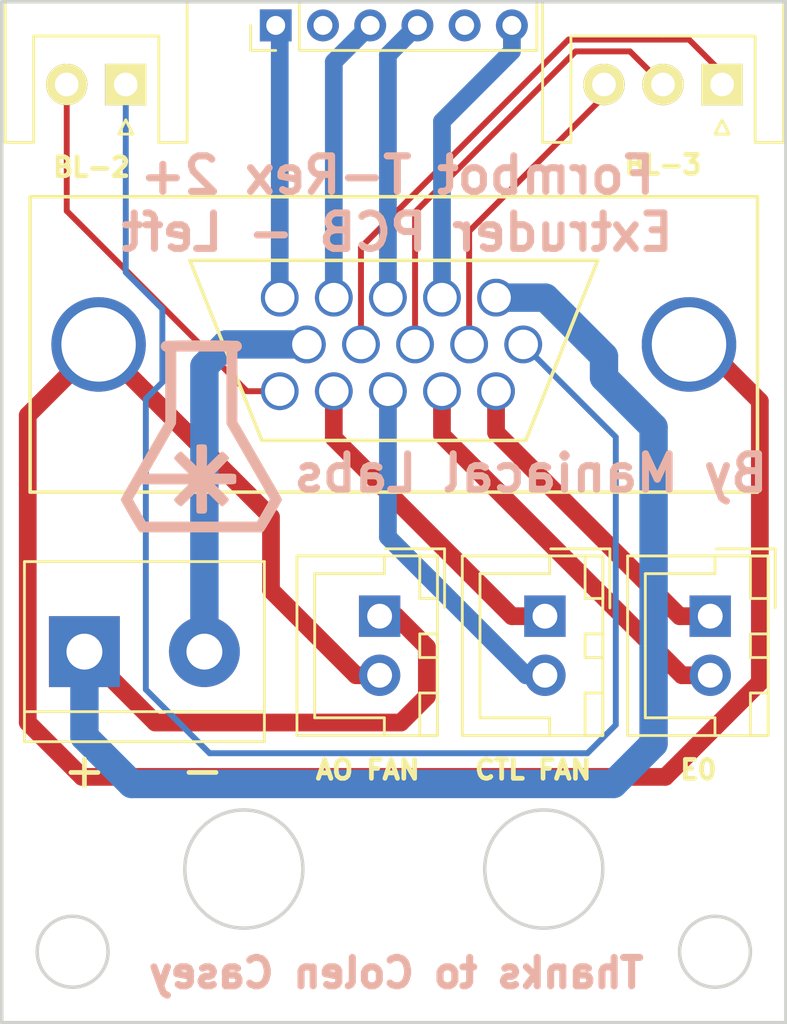
<source format=kicad_pcb>
(kicad_pcb (version 4) (host pcbnew 4.0.7)

  (general
    (links 18)
    (no_connects 0)
    (area 99.924999 99.924999 133.275001 143.275001)
    (thickness 1.6)
    (drawings 18)
    (tracks 78)
    (zones 0)
    (modules 9)
    (nets 19)
  )

  (page A4)
  (layers
    (0 F.Cu signal hide)
    (31 B.Cu signal hide)
    (32 B.Adhes user)
    (33 F.Adhes user)
    (34 B.Paste user)
    (35 F.Paste user)
    (36 B.SilkS user)
    (37 F.SilkS user hide)
    (38 B.Mask user)
    (39 F.Mask user)
    (40 Dwgs.User user)
    (41 Cmts.User user)
    (42 Eco1.User user)
    (43 Eco2.User user)
    (44 Edge.Cuts user)
    (45 Margin user)
    (46 B.CrtYd user)
    (47 F.CrtYd user)
    (48 B.Fab user)
    (49 F.Fab user)
  )

  (setup
    (last_trace_width 1.2)
    (user_trace_width 0.5)
    (user_trace_width 0.75)
    (user_trace_width 1.2)
    (trace_clearance 0.2)
    (zone_clearance 0.508)
    (zone_45_only no)
    (trace_min 0.2)
    (segment_width 0.2)
    (edge_width 0.15)
    (via_size 0.6)
    (via_drill 0.4)
    (via_min_size 0.4)
    (via_min_drill 0.3)
    (uvia_size 0.3)
    (uvia_drill 0.1)
    (uvias_allowed no)
    (uvia_min_size 0.2)
    (uvia_min_drill 0.1)
    (pcb_text_width 0.3)
    (pcb_text_size 1.5 1.5)
    (mod_edge_width 0.15)
    (mod_text_size 1 1)
    (mod_text_width 0.15)
    (pad_size 1.524 1.524)
    (pad_drill 0.762)
    (pad_to_mask_clearance 0.2)
    (aux_axis_origin 0 0)
    (visible_elements 7FFFFF7F)
    (pcbplotparams
      (layerselection 0x00030_80000001)
      (usegerberextensions false)
      (excludeedgelayer true)
      (linewidth 0.100000)
      (plotframeref false)
      (viasonmask false)
      (mode 1)
      (useauxorigin false)
      (hpglpennumber 1)
      (hpglpenspeed 20)
      (hpglpendiameter 15)
      (hpglpenoverlay 2)
      (psnegative false)
      (psa4output false)
      (plotreference true)
      (plotvalue true)
      (plotinvisibletext false)
      (padsonsilk false)
      (subtractmaskfromsilk false)
      (outputformat 1)
      (mirror false)
      (drillshape 1)
      (scaleselection 1)
      (outputdirectory ""))
  )

  (net 0 "")
  (net 1 BL2_2)
  (net 2 E0_1)
  (net 3 E0_2)
  (net 4 "Net-(J1-Pad5)")
  (net 5 "Net-(J1-Pad4)")
  (net 6 HEAT_+)
  (net 7 "Net-(J1-Pad2)")
  (net 8 "Net-(J1-Pad3)")
  (net 9 HEAT_-)
  (net 10 BL3_1)
  (net 11 BL3_2)
  (net 12 BL3_3)
  (net 13 GND)
  (net 14 BL2_1)
  (net 15 "Net-(J7-Pad2)")
  (net 16 "Net-(J7-Pad5)")
  (net 17 FAN_CTL_+)
  (net 18 FAN_CTL_-)

  (net_class Default "This is the default net class."
    (clearance 0.2)
    (trace_width 0.25)
    (via_dia 0.6)
    (via_drill 0.4)
    (uvia_dia 0.3)
    (uvia_drill 0.1)
    (add_net BL2_1)
    (add_net BL2_2)
    (add_net BL3_1)
    (add_net BL3_2)
    (add_net BL3_3)
    (add_net E0_1)
    (add_net E0_2)
    (add_net FAN_CTL_+)
    (add_net FAN_CTL_-)
    (add_net GND)
    (add_net HEAT_+)
    (add_net HEAT_-)
    (add_net "Net-(J1-Pad2)")
    (add_net "Net-(J1-Pad3)")
    (add_net "Net-(J1-Pad4)")
    (add_net "Net-(J1-Pad5)")
    (add_net "Net-(J7-Pad2)")
    (add_net "Net-(J7-Pad5)")
  )

  (module custom:VGA_Female (layer F.Cu) (tedit 5A2C73A7) (tstamp 5A2C682E)
    (at 116.6 114.5)
    (descr http://cdn.amphenol-icc.com/media/wysiwyg/files/drawing/10090929.pdf)
    (tags "VGA, HD15")
    (path /5A2C37B5)
    (fp_text reference J1 (at 0.508 5.334) (layer F.SilkS) hide
      (effects (font (size 1 1) (thickness 0.15)))
    )
    (fp_text value DB15_Control (at 0 -5.08) (layer F.Fab) hide
      (effects (font (size 1 1) (thickness 0.15)))
    )
    (fp_line (start 0 4.064) (end -5.588 4.064) (layer F.SilkS) (width 0.15))
    (fp_line (start -5.588 4.064) (end -8.636 -3.556) (layer F.SilkS) (width 0.15))
    (fp_line (start 0 -3.556) (end -8.636 -3.556) (layer F.SilkS) (width 0.15))
    (fp_line (start 0 -3.556) (end 8.636 -3.556) (layer F.SilkS) (width 0.15))
    (fp_line (start 8.636 -3.556) (end 5.588 4.064) (layer F.SilkS) (width 0.15))
    (fp_line (start 5.588 4.064) (end 0 4.064) (layer F.SilkS) (width 0.15))
    (fp_line (start 15.4 -6.25) (end 15.4 6.25) (layer F.SilkS) (width 0.15))
    (fp_line (start -15.4 -6.25) (end -15.4 6.25) (layer F.SilkS) (width 0.15))
    (fp_line (start 0 6.25) (end 15.4 6.25) (layer F.SilkS) (width 0.15))
    (fp_line (start -15.4 6.25) (end 0 6.25) (layer F.SilkS) (width 0.15))
    (fp_line (start -15.4 -6.25) (end 0 -6.25) (layer F.SilkS) (width 0.15))
    (fp_line (start 0 -6.25) (end 15.4 -6.25) (layer F.SilkS) (width 0.15))
    (pad 15 thru_hole circle (at -4.83 1.98) (size 1.6 1.6) (drill 1.25) (layers *.Cu *.Mask)
      (net 1 BL2_2))
    (pad 14 thru_hole circle (at -2.54 1.98) (size 1.6 1.6) (drill 1.25) (layers *.Cu *.Mask)
      (net 17 FAN_CTL_+))
    (pad 13 thru_hole circle (at -0.25 1.98) (size 1.6 1.6) (drill 1.25) (layers *.Cu *.Mask)
      (net 18 FAN_CTL_-))
    (pad 12 thru_hole circle (at 2.04 1.98) (size 1.6 1.6) (drill 1.25) (layers *.Cu *.Mask)
      (net 3 E0_2))
    (pad 11 thru_hole circle (at 4.33 1.98) (size 1.6 1.6) (drill 1.25) (layers *.Cu *.Mask)
      (net 2 E0_1))
    (pad 5 thru_hole circle (at -4.83 -1.98) (size 1.6 1.6) (drill 1.25) (layers *.Cu *.Mask)
      (net 4 "Net-(J1-Pad5)"))
    (pad 4 thru_hole circle (at -2.54 -1.98) (size 1.6 1.6) (drill 1.25) (layers *.Cu *.Mask)
      (net 5 "Net-(J1-Pad4)"))
    (pad 1 thru_hole circle (at 4.33 -1.98) (size 1.6 1.6) (drill 1.25) (layers *.Cu *.Mask)
      (net 6 HEAT_+))
    (pad 2 thru_hole circle (at 2.04 -1.98) (size 1.6 1.6) (drill 1.25) (layers *.Cu *.Mask)
      (net 7 "Net-(J1-Pad2)"))
    (pad 3 thru_hole circle (at -0.25 -1.98) (size 1.6 1.6) (drill 1.25) (layers *.Cu *.Mask)
      (net 8 "Net-(J1-Pad3)"))
    (pad 10 thru_hole circle (at -3.68 0) (size 1.6 1.6) (drill 1.25) (layers *.Cu *.Mask)
      (net 9 HEAT_-))
    (pad 9 thru_hole circle (at -1.39 0) (size 1.6 1.6) (drill 1.25) (layers *.Cu *.Mask)
      (net 10 BL3_1))
    (pad 8 thru_hole circle (at 0.9 0) (size 1.6 1.6) (drill 1.25) (layers *.Cu *.Mask)
      (net 11 BL3_2))
    (pad 7 thru_hole circle (at 3.19 0) (size 1.6 1.6) (drill 1.25) (layers *.Cu *.Mask)
      (net 12 BL3_3))
    (pad 0 thru_hole circle (at -12.5 0) (size 4 4) (drill 3.15) (layers *.Cu *.Mask)
      (net 13 GND))
    (pad 0 thru_hole circle (at 12.5 0) (size 4 4) (drill 3.15) (layers *.Cu *.Mask)
      (net 13 GND))
    (pad 6 thru_hole circle (at 5.48 0) (size 1.6 1.6) (drill 1.25) (layers *.Cu *.Mask)
      (net 14 BL2_1))
  )

  (module Connectors_JST:JST_XH_S02B-XH-A_02x2.50mm_Angled (layer F.Cu) (tedit 5A2C81D7) (tstamp 5A2C6834)
    (at 105.25 103.5 180)
    (descr "JST XH series connector, S02B-XH-A, side entry type, through hole")
    (tags "connector jst xh tht side horizontal angled 2.50mm")
    (path /5A2C38A8)
    (fp_text reference J2 (at 1.25 -3.5 180) (layer F.SilkS) hide
      (effects (font (size 1 1) (thickness 0.15)))
    )
    (fp_text value BL-2 (at 1.25 10.3 180) (layer F.Fab) hide
      (effects (font (size 1 1) (thickness 0.15)))
    )
    (fp_line (start -2.45 -2.3) (end -2.45 9.2) (layer F.Fab) (width 0.1))
    (fp_line (start -2.45 9.2) (end 4.95 9.2) (layer F.Fab) (width 0.1))
    (fp_line (start 4.95 9.2) (end 4.95 -2.3) (layer F.Fab) (width 0.1))
    (fp_line (start 4.95 -2.3) (end -2.45 -2.3) (layer F.Fab) (width 0.1))
    (fp_line (start -2.95 -2.8) (end -2.95 9.7) (layer F.CrtYd) (width 0.05))
    (fp_line (start -2.95 9.7) (end 5.45 9.7) (layer F.CrtYd) (width 0.05))
    (fp_line (start 5.45 9.7) (end 5.45 -2.8) (layer F.CrtYd) (width 0.05))
    (fp_line (start 5.45 -2.8) (end -2.95 -2.8) (layer F.CrtYd) (width 0.05))
    (fp_line (start 1.25 9.35) (end -2.6 9.35) (layer F.SilkS) (width 0.12))
    (fp_line (start -2.6 9.35) (end -2.6 -2.45) (layer F.SilkS) (width 0.12))
    (fp_line (start -2.6 -2.45) (end -1.4 -2.45) (layer F.SilkS) (width 0.12))
    (fp_line (start -1.4 -2.45) (end -1.4 2.05) (layer F.SilkS) (width 0.12))
    (fp_line (start -1.4 2.05) (end 1.25 2.05) (layer F.SilkS) (width 0.12))
    (fp_line (start 1.25 9.35) (end 5.1 9.35) (layer F.SilkS) (width 0.12))
    (fp_line (start 5.1 9.35) (end 5.1 -2.45) (layer F.SilkS) (width 0.12))
    (fp_line (start 5.1 -2.45) (end 3.9 -2.45) (layer F.SilkS) (width 0.12))
    (fp_line (start 3.9 -2.45) (end 3.9 2.05) (layer F.SilkS) (width 0.12))
    (fp_line (start 3.9 2.05) (end 1.25 2.05) (layer F.SilkS) (width 0.12))
    (fp_line (start -0.25 3.45) (end -0.25 8.7) (layer F.Fab) (width 0.1))
    (fp_line (start -0.25 8.7) (end 0.25 8.7) (layer F.Fab) (width 0.1))
    (fp_line (start 0.25 8.7) (end 0.25 3.45) (layer F.Fab) (width 0.1))
    (fp_line (start 0.25 3.45) (end -0.25 3.45) (layer F.Fab) (width 0.1))
    (fp_line (start 2.25 3.45) (end 2.25 8.7) (layer F.Fab) (width 0.1))
    (fp_line (start 2.25 8.7) (end 2.75 8.7) (layer F.Fab) (width 0.1))
    (fp_line (start 2.75 8.7) (end 2.75 3.45) (layer F.Fab) (width 0.1))
    (fp_line (start 2.75 3.45) (end 2.25 3.45) (layer F.Fab) (width 0.1))
    (fp_line (start 0 -1.5) (end -0.3 -2.1) (layer F.SilkS) (width 0.12))
    (fp_line (start -0.3 -2.1) (end 0.3 -2.1) (layer F.SilkS) (width 0.12))
    (fp_line (start 0.3 -2.1) (end 0 -1.5) (layer F.SilkS) (width 0.12))
    (fp_line (start 0 -1.5) (end -0.3 -2.1) (layer F.Fab) (width 0.1))
    (fp_line (start -0.3 -2.1) (end 0.3 -2.1) (layer F.Fab) (width 0.1))
    (fp_line (start 0.3 -2.1) (end 0 -1.5) (layer F.Fab) (width 0.1))
    (fp_text user %R (at 1.25 2.25 180) (layer F.Fab)
      (effects (font (size 1 1) (thickness 0.15)))
    )
    (pad 1 thru_hole rect (at 0 0 180) (size 1.75 1.75) (drill 1) (layers *.Cu *.Mask F.SilkS)
      (net 14 BL2_1))
    (pad 2 thru_hole circle (at 2.5 0 180) (size 1.75 1.75) (drill 1) (layers *.Cu *.Mask F.SilkS)
      (net 1 BL2_2))
    (model Connectors_JST.3dshapes/JST_XH_S02B-XH-A_02x2.50mm_Angled.wrl
      (at (xyz 0 0 0))
      (scale (xyz 1 1 1))
      (rotate (xyz 0 0 0))
    )
  )

  (module Connectors_JST:JST_XH_S03B-XH-A_03x2.50mm_Angled (layer F.Cu) (tedit 5A2C81E2) (tstamp 5A2C683B)
    (at 130.5 103.5 180)
    (descr "JST XH series connector, S03B-XH-A, side entry type, through hole")
    (tags "connector jst xh tht side horizontal angled 2.50mm")
    (path /5A2C4585)
    (fp_text reference J3 (at 2.5 -3.5 180) (layer F.SilkS) hide
      (effects (font (size 1 1) (thickness 0.15)))
    )
    (fp_text value BL-3 (at 2.5 10.3 180) (layer F.Fab) hide
      (effects (font (size 1 1) (thickness 0.15)))
    )
    (fp_line (start -2.45 -2.3) (end -2.45 9.2) (layer F.Fab) (width 0.1))
    (fp_line (start -2.45 9.2) (end 7.45 9.2) (layer F.Fab) (width 0.1))
    (fp_line (start 7.45 9.2) (end 7.45 -2.3) (layer F.Fab) (width 0.1))
    (fp_line (start 7.45 -2.3) (end -2.45 -2.3) (layer F.Fab) (width 0.1))
    (fp_line (start -2.95 -2.8) (end -2.95 9.7) (layer F.CrtYd) (width 0.05))
    (fp_line (start -2.95 9.7) (end 7.95 9.7) (layer F.CrtYd) (width 0.05))
    (fp_line (start 7.95 9.7) (end 7.95 -2.8) (layer F.CrtYd) (width 0.05))
    (fp_line (start 7.95 -2.8) (end -2.95 -2.8) (layer F.CrtYd) (width 0.05))
    (fp_line (start 2.5 9.35) (end -2.6 9.35) (layer F.SilkS) (width 0.12))
    (fp_line (start -2.6 9.35) (end -2.6 -2.45) (layer F.SilkS) (width 0.12))
    (fp_line (start -2.6 -2.45) (end -1.4 -2.45) (layer F.SilkS) (width 0.12))
    (fp_line (start -1.4 -2.45) (end -1.4 2.05) (layer F.SilkS) (width 0.12))
    (fp_line (start -1.4 2.05) (end 2.5 2.05) (layer F.SilkS) (width 0.12))
    (fp_line (start 2.5 9.35) (end 7.6 9.35) (layer F.SilkS) (width 0.12))
    (fp_line (start 7.6 9.35) (end 7.6 -2.45) (layer F.SilkS) (width 0.12))
    (fp_line (start 7.6 -2.45) (end 6.4 -2.45) (layer F.SilkS) (width 0.12))
    (fp_line (start 6.4 -2.45) (end 6.4 2.05) (layer F.SilkS) (width 0.12))
    (fp_line (start 6.4 2.05) (end 2.5 2.05) (layer F.SilkS) (width 0.12))
    (fp_line (start -0.25 3.45) (end -0.25 8.7) (layer F.Fab) (width 0.1))
    (fp_line (start -0.25 8.7) (end 0.25 8.7) (layer F.Fab) (width 0.1))
    (fp_line (start 0.25 8.7) (end 0.25 3.45) (layer F.Fab) (width 0.1))
    (fp_line (start 0.25 3.45) (end -0.25 3.45) (layer F.Fab) (width 0.1))
    (fp_line (start 2.25 3.45) (end 2.25 8.7) (layer F.Fab) (width 0.1))
    (fp_line (start 2.25 8.7) (end 2.75 8.7) (layer F.Fab) (width 0.1))
    (fp_line (start 2.75 8.7) (end 2.75 3.45) (layer F.Fab) (width 0.1))
    (fp_line (start 2.75 3.45) (end 2.25 3.45) (layer F.Fab) (width 0.1))
    (fp_line (start 4.75 3.45) (end 4.75 8.7) (layer F.Fab) (width 0.1))
    (fp_line (start 4.75 8.7) (end 5.25 8.7) (layer F.Fab) (width 0.1))
    (fp_line (start 5.25 8.7) (end 5.25 3.45) (layer F.Fab) (width 0.1))
    (fp_line (start 5.25 3.45) (end 4.75 3.45) (layer F.Fab) (width 0.1))
    (fp_line (start 0 -1.5) (end -0.3 -2.1) (layer F.SilkS) (width 0.12))
    (fp_line (start -0.3 -2.1) (end 0.3 -2.1) (layer F.SilkS) (width 0.12))
    (fp_line (start 0.3 -2.1) (end 0 -1.5) (layer F.SilkS) (width 0.12))
    (fp_line (start 0 -1.5) (end -0.3 -2.1) (layer F.Fab) (width 0.1))
    (fp_line (start -0.3 -2.1) (end 0.3 -2.1) (layer F.Fab) (width 0.1))
    (fp_line (start 0.3 -2.1) (end 0 -1.5) (layer F.Fab) (width 0.1))
    (fp_text user %R (at 2.5 2.25 180) (layer F.Fab)
      (effects (font (size 1 1) (thickness 0.15)))
    )
    (pad 1 thru_hole rect (at 0 0 180) (size 1.75 1.75) (drill 1) (layers *.Cu *.Mask F.SilkS)
      (net 10 BL3_1))
    (pad 2 thru_hole circle (at 2.5 0 180) (size 1.75 1.75) (drill 1) (layers *.Cu *.Mask F.SilkS)
      (net 11 BL3_2))
    (pad 3 thru_hole circle (at 5 0 180) (size 1.75 1.75) (drill 1) (layers *.Cu *.Mask F.SilkS)
      (net 12 BL3_3))
    (model Connectors_JST.3dshapes/JST_XH_S03B-XH-A_03x2.50mm_Angled.wrl
      (at (xyz 0 0 0))
      (scale (xyz 1 1 1))
      (rotate (xyz 0 0 0))
    )
  )

  (module Connectors_JST:JST_XH_B02B-XH-A_02x2.50mm_Straight (layer F.Cu) (tedit 5A2C6FA5) (tstamp 5A2C6841)
    (at 123 126 270)
    (descr "JST XH series connector, B02B-XH-A, top entry type, through hole")
    (tags "connector jst xh tht top vertical 2.50mm")
    (path /5A2C38DD)
    (fp_text reference J4 (at 1.25 -3.5 270) (layer F.SilkS) hide
      (effects (font (size 1 1) (thickness 0.15)))
    )
    (fp_text value FAN_CTL (at 1.25 4.5 270) (layer F.Fab) hide
      (effects (font (size 1 1) (thickness 0.15)))
    )
    (fp_line (start -2.45 -2.35) (end -2.45 3.4) (layer F.Fab) (width 0.1))
    (fp_line (start -2.45 3.4) (end 4.95 3.4) (layer F.Fab) (width 0.1))
    (fp_line (start 4.95 3.4) (end 4.95 -2.35) (layer F.Fab) (width 0.1))
    (fp_line (start 4.95 -2.35) (end -2.45 -2.35) (layer F.Fab) (width 0.1))
    (fp_line (start -2.95 -2.85) (end -2.95 3.9) (layer F.CrtYd) (width 0.05))
    (fp_line (start -2.95 3.9) (end 5.45 3.9) (layer F.CrtYd) (width 0.05))
    (fp_line (start 5.45 3.9) (end 5.45 -2.85) (layer F.CrtYd) (width 0.05))
    (fp_line (start 5.45 -2.85) (end -2.95 -2.85) (layer F.CrtYd) (width 0.05))
    (fp_line (start -2.55 -2.45) (end -2.55 3.5) (layer F.SilkS) (width 0.12))
    (fp_line (start -2.55 3.5) (end 5.05 3.5) (layer F.SilkS) (width 0.12))
    (fp_line (start 5.05 3.5) (end 5.05 -2.45) (layer F.SilkS) (width 0.12))
    (fp_line (start 5.05 -2.45) (end -2.55 -2.45) (layer F.SilkS) (width 0.12))
    (fp_line (start 0.75 -2.45) (end 0.75 -1.7) (layer F.SilkS) (width 0.12))
    (fp_line (start 0.75 -1.7) (end 1.75 -1.7) (layer F.SilkS) (width 0.12))
    (fp_line (start 1.75 -1.7) (end 1.75 -2.45) (layer F.SilkS) (width 0.12))
    (fp_line (start 1.75 -2.45) (end 0.75 -2.45) (layer F.SilkS) (width 0.12))
    (fp_line (start -2.55 -2.45) (end -2.55 -1.7) (layer F.SilkS) (width 0.12))
    (fp_line (start -2.55 -1.7) (end -0.75 -1.7) (layer F.SilkS) (width 0.12))
    (fp_line (start -0.75 -1.7) (end -0.75 -2.45) (layer F.SilkS) (width 0.12))
    (fp_line (start -0.75 -2.45) (end -2.55 -2.45) (layer F.SilkS) (width 0.12))
    (fp_line (start 3.25 -2.45) (end 3.25 -1.7) (layer F.SilkS) (width 0.12))
    (fp_line (start 3.25 -1.7) (end 5.05 -1.7) (layer F.SilkS) (width 0.12))
    (fp_line (start 5.05 -1.7) (end 5.05 -2.45) (layer F.SilkS) (width 0.12))
    (fp_line (start 5.05 -2.45) (end 3.25 -2.45) (layer F.SilkS) (width 0.12))
    (fp_line (start -2.55 -0.2) (end -1.8 -0.2) (layer F.SilkS) (width 0.12))
    (fp_line (start -1.8 -0.2) (end -1.8 2.75) (layer F.SilkS) (width 0.12))
    (fp_line (start -1.8 2.75) (end 1.25 2.75) (layer F.SilkS) (width 0.12))
    (fp_line (start 5.05 -0.2) (end 4.3 -0.2) (layer F.SilkS) (width 0.12))
    (fp_line (start 4.3 -0.2) (end 4.3 2.75) (layer F.SilkS) (width 0.12))
    (fp_line (start 4.3 2.75) (end 1.25 2.75) (layer F.SilkS) (width 0.12))
    (fp_line (start -0.35 -2.75) (end -2.85 -2.75) (layer F.SilkS) (width 0.12))
    (fp_line (start -2.85 -2.75) (end -2.85 -0.25) (layer F.SilkS) (width 0.12))
    (fp_line (start -0.35 -2.75) (end -2.85 -2.75) (layer F.Fab) (width 0.1))
    (fp_line (start -2.85 -2.75) (end -2.85 -0.25) (layer F.Fab) (width 0.1))
    (fp_text user %R (at 1.25 2.5 270) (layer F.Fab)
      (effects (font (size 1 1) (thickness 0.15)))
    )
    (pad 1 thru_hole rect (at 0 0 270) (size 1.75 1.75) (drill 1.05) (layers *.Cu *.Mask)
      (net 17 FAN_CTL_+))
    (pad 2 thru_hole circle (at 2.5 0 270) (size 1.75 1.75) (drill 1.05) (layers *.Cu *.Mask)
      (net 18 FAN_CTL_-))
    (model Connectors_JST.3dshapes/JST_XH_B02B-XH-A_02x2.50mm_Straight.wrl
      (at (xyz 0 0 0))
      (scale (xyz 1 1 1))
      (rotate (xyz 0 0 0))
    )
  )

  (module Connectors_JST:JST_XH_B02B-XH-A_02x2.50mm_Straight (layer F.Cu) (tedit 5A2C6F78) (tstamp 5A2C6847)
    (at 116 126 270)
    (descr "JST XH series connector, B02B-XH-A, top entry type, through hole")
    (tags "connector jst xh tht top vertical 2.50mm")
    (path /5A2C3900)
    (fp_text reference J5 (at 1.25 -3.5 270) (layer F.SilkS) hide
      (effects (font (size 1 1) (thickness 0.15)))
    )
    (fp_text value FAN_AO (at 1.25 4.5 270) (layer F.Fab) hide
      (effects (font (size 1 1) (thickness 0.15)))
    )
    (fp_line (start -2.45 -2.35) (end -2.45 3.4) (layer F.Fab) (width 0.1))
    (fp_line (start -2.45 3.4) (end 4.95 3.4) (layer F.Fab) (width 0.1))
    (fp_line (start 4.95 3.4) (end 4.95 -2.35) (layer F.Fab) (width 0.1))
    (fp_line (start 4.95 -2.35) (end -2.45 -2.35) (layer F.Fab) (width 0.1))
    (fp_line (start -2.95 -2.85) (end -2.95 3.9) (layer F.CrtYd) (width 0.05))
    (fp_line (start -2.95 3.9) (end 5.45 3.9) (layer F.CrtYd) (width 0.05))
    (fp_line (start 5.45 3.9) (end 5.45 -2.85) (layer F.CrtYd) (width 0.05))
    (fp_line (start 5.45 -2.85) (end -2.95 -2.85) (layer F.CrtYd) (width 0.05))
    (fp_line (start -2.55 -2.45) (end -2.55 3.5) (layer F.SilkS) (width 0.12))
    (fp_line (start -2.55 3.5) (end 5.05 3.5) (layer F.SilkS) (width 0.12))
    (fp_line (start 5.05 3.5) (end 5.05 -2.45) (layer F.SilkS) (width 0.12))
    (fp_line (start 5.05 -2.45) (end -2.55 -2.45) (layer F.SilkS) (width 0.12))
    (fp_line (start 0.75 -2.45) (end 0.75 -1.7) (layer F.SilkS) (width 0.12))
    (fp_line (start 0.75 -1.7) (end 1.75 -1.7) (layer F.SilkS) (width 0.12))
    (fp_line (start 1.75 -1.7) (end 1.75 -2.45) (layer F.SilkS) (width 0.12))
    (fp_line (start 1.75 -2.45) (end 0.75 -2.45) (layer F.SilkS) (width 0.12))
    (fp_line (start -2.55 -2.45) (end -2.55 -1.7) (layer F.SilkS) (width 0.12))
    (fp_line (start -2.55 -1.7) (end -0.75 -1.7) (layer F.SilkS) (width 0.12))
    (fp_line (start -0.75 -1.7) (end -0.75 -2.45) (layer F.SilkS) (width 0.12))
    (fp_line (start -0.75 -2.45) (end -2.55 -2.45) (layer F.SilkS) (width 0.12))
    (fp_line (start 3.25 -2.45) (end 3.25 -1.7) (layer F.SilkS) (width 0.12))
    (fp_line (start 3.25 -1.7) (end 5.05 -1.7) (layer F.SilkS) (width 0.12))
    (fp_line (start 5.05 -1.7) (end 5.05 -2.45) (layer F.SilkS) (width 0.12))
    (fp_line (start 5.05 -2.45) (end 3.25 -2.45) (layer F.SilkS) (width 0.12))
    (fp_line (start -2.55 -0.2) (end -1.8 -0.2) (layer F.SilkS) (width 0.12))
    (fp_line (start -1.8 -0.2) (end -1.8 2.75) (layer F.SilkS) (width 0.12))
    (fp_line (start -1.8 2.75) (end 1.25 2.75) (layer F.SilkS) (width 0.12))
    (fp_line (start 5.05 -0.2) (end 4.3 -0.2) (layer F.SilkS) (width 0.12))
    (fp_line (start 4.3 -0.2) (end 4.3 2.75) (layer F.SilkS) (width 0.12))
    (fp_line (start 4.3 2.75) (end 1.25 2.75) (layer F.SilkS) (width 0.12))
    (fp_line (start -0.35 -2.75) (end -2.85 -2.75) (layer F.SilkS) (width 0.12))
    (fp_line (start -2.85 -2.75) (end -2.85 -0.25) (layer F.SilkS) (width 0.12))
    (fp_line (start -0.35 -2.75) (end -2.85 -2.75) (layer F.Fab) (width 0.1))
    (fp_line (start -2.85 -2.75) (end -2.85 -0.25) (layer F.Fab) (width 0.1))
    (fp_text user %R (at 1.25 2.5 270) (layer F.Fab)
      (effects (font (size 1 1) (thickness 0.15)))
    )
    (pad 1 thru_hole rect (at 0 0 270) (size 1.75 1.75) (drill 1.05) (layers *.Cu *.Mask)
      (net 6 HEAT_+))
    (pad 2 thru_hole circle (at 2.5 0 270) (size 1.75 1.75) (drill 1.05) (layers *.Cu *.Mask)
      (net 13 GND))
    (model Connectors_JST.3dshapes/JST_XH_B02B-XH-A_02x2.50mm_Straight.wrl
      (at (xyz 0 0 0))
      (scale (xyz 1 1 1))
      (rotate (xyz 0 0 0))
    )
  )

  (module Connectors_JST:JST_XH_B02B-XH-A_02x2.50mm_Straight (layer F.Cu) (tedit 5A2C6FB1) (tstamp 5A2C684D)
    (at 130 126 270)
    (descr "JST XH series connector, B02B-XH-A, top entry type, through hole")
    (tags "connector jst xh tht top vertical 2.50mm")
    (path /5A2C3928)
    (fp_text reference J6 (at 1.25 -3.5 270) (layer F.SilkS) hide
      (effects (font (size 1 1) (thickness 0.15)))
    )
    (fp_text value EO (at 1.25 4.5 270) (layer F.Fab) hide
      (effects (font (size 1 1) (thickness 0.15)))
    )
    (fp_line (start -2.45 -2.35) (end -2.45 3.4) (layer F.Fab) (width 0.1))
    (fp_line (start -2.45 3.4) (end 4.95 3.4) (layer F.Fab) (width 0.1))
    (fp_line (start 4.95 3.4) (end 4.95 -2.35) (layer F.Fab) (width 0.1))
    (fp_line (start 4.95 -2.35) (end -2.45 -2.35) (layer F.Fab) (width 0.1))
    (fp_line (start -2.95 -2.85) (end -2.95 3.9) (layer F.CrtYd) (width 0.05))
    (fp_line (start -2.95 3.9) (end 5.45 3.9) (layer F.CrtYd) (width 0.05))
    (fp_line (start 5.45 3.9) (end 5.45 -2.85) (layer F.CrtYd) (width 0.05))
    (fp_line (start 5.45 -2.85) (end -2.95 -2.85) (layer F.CrtYd) (width 0.05))
    (fp_line (start -2.55 -2.45) (end -2.55 3.5) (layer F.SilkS) (width 0.12))
    (fp_line (start -2.55 3.5) (end 5.05 3.5) (layer F.SilkS) (width 0.12))
    (fp_line (start 5.05 3.5) (end 5.05 -2.45) (layer F.SilkS) (width 0.12))
    (fp_line (start 5.05 -2.45) (end -2.55 -2.45) (layer F.SilkS) (width 0.12))
    (fp_line (start 0.75 -2.45) (end 0.75 -1.7) (layer F.SilkS) (width 0.12))
    (fp_line (start 0.75 -1.7) (end 1.75 -1.7) (layer F.SilkS) (width 0.12))
    (fp_line (start 1.75 -1.7) (end 1.75 -2.45) (layer F.SilkS) (width 0.12))
    (fp_line (start 1.75 -2.45) (end 0.75 -2.45) (layer F.SilkS) (width 0.12))
    (fp_line (start -2.55 -2.45) (end -2.55 -1.7) (layer F.SilkS) (width 0.12))
    (fp_line (start -2.55 -1.7) (end -0.75 -1.7) (layer F.SilkS) (width 0.12))
    (fp_line (start -0.75 -1.7) (end -0.75 -2.45) (layer F.SilkS) (width 0.12))
    (fp_line (start -0.75 -2.45) (end -2.55 -2.45) (layer F.SilkS) (width 0.12))
    (fp_line (start 3.25 -2.45) (end 3.25 -1.7) (layer F.SilkS) (width 0.12))
    (fp_line (start 3.25 -1.7) (end 5.05 -1.7) (layer F.SilkS) (width 0.12))
    (fp_line (start 5.05 -1.7) (end 5.05 -2.45) (layer F.SilkS) (width 0.12))
    (fp_line (start 5.05 -2.45) (end 3.25 -2.45) (layer F.SilkS) (width 0.12))
    (fp_line (start -2.55 -0.2) (end -1.8 -0.2) (layer F.SilkS) (width 0.12))
    (fp_line (start -1.8 -0.2) (end -1.8 2.75) (layer F.SilkS) (width 0.12))
    (fp_line (start -1.8 2.75) (end 1.25 2.75) (layer F.SilkS) (width 0.12))
    (fp_line (start 5.05 -0.2) (end 4.3 -0.2) (layer F.SilkS) (width 0.12))
    (fp_line (start 4.3 -0.2) (end 4.3 2.75) (layer F.SilkS) (width 0.12))
    (fp_line (start 4.3 2.75) (end 1.25 2.75) (layer F.SilkS) (width 0.12))
    (fp_line (start -0.35 -2.75) (end -2.85 -2.75) (layer F.SilkS) (width 0.12))
    (fp_line (start -2.85 -2.75) (end -2.85 -0.25) (layer F.SilkS) (width 0.12))
    (fp_line (start -0.35 -2.75) (end -2.85 -2.75) (layer F.Fab) (width 0.1))
    (fp_line (start -2.85 -2.75) (end -2.85 -0.25) (layer F.Fab) (width 0.1))
    (fp_text user %R (at 1.25 2.5 270) (layer F.Fab)
      (effects (font (size 1 1) (thickness 0.15)))
    )
    (pad 1 thru_hole rect (at 0 0 270) (size 1.75 1.75) (drill 1.05) (layers *.Cu *.Mask)
      (net 2 E0_1))
    (pad 2 thru_hole circle (at 2.5 0 270) (size 1.75 1.75) (drill 1.05) (layers *.Cu *.Mask)
      (net 3 E0_2))
    (model Connectors_JST.3dshapes/JST_XH_B02B-XH-A_02x2.50mm_Straight.wrl
      (at (xyz 0 0 0))
      (scale (xyz 1 1 1))
      (rotate (xyz 0 0 0))
    )
  )

  (module Pin_Headers:Pin_Header_Straight_1x06_Pitch2.00mm (layer F.Cu) (tedit 5A2C81F4) (tstamp 5A2C6857)
    (at 111.6 101 90)
    (descr "Through hole straight pin header, 1x06, 2.00mm pitch, single row")
    (tags "Through hole pin header THT 1x06 2.00mm single row")
    (path /5A2C46D0)
    (fp_text reference J7 (at 0 -2.06 90) (layer F.SilkS) hide
      (effects (font (size 1 1) (thickness 0.15)))
    )
    (fp_text value Stepper (at 0 12.06 90) (layer F.Fab) hide
      (effects (font (size 1 1) (thickness 0.15)))
    )
    (fp_line (start -0.5 -1) (end 1 -1) (layer F.Fab) (width 0.1))
    (fp_line (start 1 -1) (end 1 11) (layer F.Fab) (width 0.1))
    (fp_line (start 1 11) (end -1 11) (layer F.Fab) (width 0.1))
    (fp_line (start -1 11) (end -1 -0.5) (layer F.Fab) (width 0.1))
    (fp_line (start -1 -0.5) (end -0.5 -1) (layer F.Fab) (width 0.1))
    (fp_line (start -1.06 11.06) (end 1.06 11.06) (layer F.SilkS) (width 0.12))
    (fp_line (start -1.06 1) (end -1.06 11.06) (layer F.SilkS) (width 0.12))
    (fp_line (start 1.06 1) (end 1.06 11.06) (layer F.SilkS) (width 0.12))
    (fp_line (start -1.06 1) (end 1.06 1) (layer F.SilkS) (width 0.12))
    (fp_line (start -1.06 0) (end -1.06 -1.06) (layer F.SilkS) (width 0.12))
    (fp_line (start -1.06 -1.06) (end 0 -1.06) (layer F.SilkS) (width 0.12))
    (fp_line (start -1.5 -1.5) (end -1.5 11.5) (layer F.CrtYd) (width 0.05))
    (fp_line (start -1.5 11.5) (end 1.5 11.5) (layer F.CrtYd) (width 0.05))
    (fp_line (start 1.5 11.5) (end 1.5 -1.5) (layer F.CrtYd) (width 0.05))
    (fp_line (start 1.5 -1.5) (end -1.5 -1.5) (layer F.CrtYd) (width 0.05))
    (fp_text user %R (at 0 5 180) (layer F.Fab)
      (effects (font (size 1 1) (thickness 0.15)))
    )
    (pad 1 thru_hole rect (at 0 0 90) (size 1.35 1.35) (drill 0.8) (layers *.Cu *.Mask)
      (net 4 "Net-(J1-Pad5)"))
    (pad 2 thru_hole oval (at 0 2 90) (size 1.35 1.35) (drill 0.8) (layers *.Cu *.Mask)
      (net 15 "Net-(J7-Pad2)"))
    (pad 3 thru_hole oval (at 0 4 90) (size 1.35 1.35) (drill 0.8) (layers *.Cu *.Mask)
      (net 5 "Net-(J1-Pad4)"))
    (pad 4 thru_hole oval (at 0 6 90) (size 1.35 1.35) (drill 0.8) (layers *.Cu *.Mask)
      (net 8 "Net-(J1-Pad3)"))
    (pad 5 thru_hole oval (at 0 8 90) (size 1.35 1.35) (drill 0.8) (layers *.Cu *.Mask)
      (net 16 "Net-(J7-Pad5)"))
    (pad 6 thru_hole oval (at 0 10 90) (size 1.35 1.35) (drill 0.8) (layers *.Cu *.Mask)
      (net 7 "Net-(J1-Pad2)"))
    (model ${KISYS3DMOD}/Pin_Headers.3dshapes/Pin_Header_Straight_1x06_Pitch2.00mm.wrl
      (at (xyz 0 0 0))
      (scale (xyz 1 1 1))
      (rotate (xyz 0 0 0))
    )
  )

  (module Connectors_Terminal_Blocks:TerminalBlock_bornier-2_P5.08mm (layer F.Cu) (tedit 5A2C81EB) (tstamp 5A2C685D)
    (at 103.5 127.5)
    (descr "simple 2-pin terminal block, pitch 5.08mm, revamped version of bornier2")
    (tags "terminal block bornier2")
    (path /5A2C48EE)
    (fp_text reference J8 (at 2.54 -5.08) (layer F.SilkS) hide
      (effects (font (size 1 1) (thickness 0.15)))
    )
    (fp_text value HEAT (at 2.54 5.08) (layer F.Fab) hide
      (effects (font (size 1 1) (thickness 0.15)))
    )
    (fp_text user %R (at 2.54 0) (layer F.Fab)
      (effects (font (size 1 1) (thickness 0.15)))
    )
    (fp_line (start -2.41 2.55) (end 7.49 2.55) (layer F.Fab) (width 0.1))
    (fp_line (start -2.46 -3.75) (end -2.46 3.75) (layer F.Fab) (width 0.1))
    (fp_line (start -2.46 3.75) (end 7.54 3.75) (layer F.Fab) (width 0.1))
    (fp_line (start 7.54 3.75) (end 7.54 -3.75) (layer F.Fab) (width 0.1))
    (fp_line (start 7.54 -3.75) (end -2.46 -3.75) (layer F.Fab) (width 0.1))
    (fp_line (start 7.62 2.54) (end -2.54 2.54) (layer F.SilkS) (width 0.12))
    (fp_line (start 7.62 3.81) (end 7.62 -3.81) (layer F.SilkS) (width 0.12))
    (fp_line (start 7.62 -3.81) (end -2.54 -3.81) (layer F.SilkS) (width 0.12))
    (fp_line (start -2.54 -3.81) (end -2.54 3.81) (layer F.SilkS) (width 0.12))
    (fp_line (start -2.54 3.81) (end 7.62 3.81) (layer F.SilkS) (width 0.12))
    (fp_line (start -2.71 -4) (end 7.79 -4) (layer F.CrtYd) (width 0.05))
    (fp_line (start -2.71 -4) (end -2.71 4) (layer F.CrtYd) (width 0.05))
    (fp_line (start 7.79 4) (end 7.79 -4) (layer F.CrtYd) (width 0.05))
    (fp_line (start 7.79 4) (end -2.71 4) (layer F.CrtYd) (width 0.05))
    (pad 1 thru_hole rect (at 0 0) (size 3 3) (drill 1.52) (layers *.Cu *.Mask)
      (net 6 HEAT_+))
    (pad 2 thru_hole circle (at 5.08 0) (size 3 3) (drill 1.52) (layers *.Cu *.Mask)
      (net 9 HEAT_-))
    (model ${KISYS3DMOD}/Terminal_Blocks.3dshapes/TerminalBlock_bornier-2_P5.08mm.wrl
      (at (xyz 0.1 0 0))
      (scale (xyz 1 1 1))
      (rotate (xyz 0 0 0))
    )
  )

  (module LOGOS:logo_MLlabs_small (layer B.Cu) (tedit 0) (tstamp 5A37C362)
    (at 108.45 118.4 180)
    (fp_text reference G*** (at 0 0 180) (layer B.SilkS) hide
      (effects (font (thickness 0.3)) (justify mirror))
    )
    (fp_text value LOGO (at 0.75 0 180) (layer B.SilkS) hide
      (effects (font (thickness 0.3)) (justify mirror))
    )
    (fp_poly (pts (xy 0.280132 4.064859) (xy 0.46933 4.064296) (xy 0.651803 4.063447) (xy 0.824802 4.062307)
      (xy 0.98558 4.060879) (xy 1.131388 4.059163) (xy 1.259478 4.057157) (xy 1.367101 4.054863)
      (xy 1.451511 4.052281) (xy 1.509958 4.049409) (xy 1.539694 4.046249) (xy 1.541045 4.045899)
      (xy 1.61465 4.010199) (xy 1.668272 3.957046) (xy 1.701256 3.892418) (xy 1.712948 3.822294)
      (xy 1.702692 3.752654) (xy 1.669833 3.689475) (xy 1.613717 3.638736) (xy 1.587218 3.624447)
      (xy 1.524819 3.595688) (xy 1.524409 2.113859) (xy 1.524 0.632031) (xy 1.951194 -0.108641)
      (xy 2.041737 -0.265615) (xy 2.144897 -0.444444) (xy 2.257416 -0.639483) (xy 2.376038 -0.84509)
      (xy 2.497507 -1.05562) (xy 2.618568 -1.265429) (xy 2.735963 -1.468874) (xy 2.846437 -1.660312)
      (xy 2.895756 -1.74577) (xy 2.984967 -1.900722) (xy 3.069309 -2.047946) (xy 3.147458 -2.185082)
      (xy 3.218089 -2.309771) (xy 3.279877 -2.419652) (xy 3.331497 -2.512365) (xy 3.371624 -2.585552)
      (xy 3.398934 -2.636852) (xy 3.412102 -2.663905) (xy 3.413125 -2.667254) (xy 3.405259 -2.687854)
      (xy 3.382954 -2.73233) (xy 3.348145 -2.797359) (xy 3.302767 -2.879615) (xy 3.248756 -2.975774)
      (xy 3.188047 -3.082511) (xy 3.122577 -3.196503) (xy 3.054279 -3.314423) (xy 2.985091 -3.432948)
      (xy 2.916948 -3.548754) (xy 2.851784 -3.658515) (xy 2.791537 -3.758906) (xy 2.738141 -3.846605)
      (xy 2.693532 -3.918285) (xy 2.659645 -3.970622) (xy 2.638416 -4.000292) (xy 2.634599 -4.004468)
      (xy 2.587124 -4.048125) (xy -2.587125 -4.048125) (xy -2.6346 -4.004468) (xy -2.651394 -3.982746)
      (xy -2.681461 -3.937288) (xy -2.722866 -3.87142) (xy -2.773675 -3.788466) (xy -2.83195 -3.691753)
      (xy -2.895758 -3.584605) (xy -2.963162 -3.470346) (xy -3.032228 -3.352303) (xy -3.101019 -3.2338)
      (xy -3.1676 -3.118163) (xy -3.230037 -3.008717) (xy -3.286392 -2.908786) (xy -3.334733 -2.821695)
      (xy -3.373121 -2.750771) (xy -3.399623 -2.699338) (xy -3.412303 -2.67072) (xy -3.413126 -2.666933)
      (xy -3.406861 -2.651738) (xy -2.908183 -2.651738) (xy -2.633492 -3.127681) (xy -2.358802 -3.603625)
      (xy 2.358654 -3.603625) (xy 2.633694 -3.126873) (xy 2.908735 -2.650121) (xy 2.800627 -2.464091)
      (xy 2.752108 -2.380084) (xy 2.701391 -2.291405) (xy 2.654699 -2.208982) (xy 2.620228 -2.147315)
      (xy 2.547937 -2.016567) (xy 0.532125 -2.016125) (xy 0.827748 -2.313781) (xy 0.907725 -2.394852)
      (xy 0.980741 -2.469905) (xy 1.043638 -2.535609) (xy 1.093257 -2.588634) (xy 1.12644 -2.62565)
      (xy 1.139732 -2.642697) (xy 1.147043 -2.68023) (xy 1.134704 -2.715316) (xy 1.109692 -2.75107)
      (xy 1.069306 -2.795828) (xy 1.020048 -2.84377) (xy 0.96842 -2.889074) (xy 0.920926 -2.925919)
      (xy 0.884067 -2.948484) (xy 0.86948 -2.95275) (xy 0.847132 -2.9422) (xy 0.805787 -2.910232)
      (xy 0.744908 -2.856363) (xy 0.66396 -2.780114) (xy 0.562408 -2.681002) (xy 0.52081 -2.639741)
      (xy 0.206375 -2.326732) (xy 0.206375 -2.761522) (xy 0.206186 -2.892308) (xy 0.20548 -2.995011)
      (xy 0.204051 -3.073296) (xy 0.201691 -3.13083) (xy 0.198191 -3.171276) (xy 0.193345 -3.198301)
      (xy 0.186944 -3.21557) (xy 0.180102 -3.225343) (xy 0.163266 -3.238829) (xy 0.137807 -3.247459)
      (xy 0.097181 -3.252237) (xy 0.034844 -3.254165) (xy -0.009246 -3.254375) (xy -0.082993 -3.253988)
      (xy -0.131948 -3.25182) (xy -0.163068 -3.24636) (xy -0.18331 -3.236094) (xy -0.19963 -3.219512)
      (xy -0.205947 -3.211627) (xy -0.216079 -3.19762) (xy -0.223883 -3.181895) (xy -0.229608 -3.160501)
      (xy -0.233503 -3.129484) (xy -0.235815 -3.084892) (xy -0.236793 -3.022771) (xy -0.236686 -2.93917)
      (xy -0.235741 -2.830136) (xy -0.23488 -2.751238) (xy -0.233664 -2.63983) (xy -0.232637 -2.539621)
      (xy -0.231836 -2.454754) (xy -0.2313 -2.389372) (xy -0.231063 -2.347619) (xy -0.231154 -2.333611)
      (xy -0.242126 -2.344389) (xy -0.272577 -2.374776) (xy -0.319606 -2.421863) (xy -0.380307 -2.482739)
      (xy -0.451779 -2.554496) (xy -0.531118 -2.634225) (xy -0.532779 -2.635894) (xy -0.614205 -2.716741)
      (xy -0.690054 -2.790133) (xy -0.75699 -2.852994) (xy -0.811678 -2.902247) (xy -0.850782 -2.934816)
      (xy -0.870663 -2.947556) (xy -0.891093 -2.948152) (xy -0.915531 -2.937567) (xy -0.948775 -2.912398)
      (xy -0.995625 -2.869244) (xy -1.033382 -2.83219) (xy -1.095633 -2.767657) (xy -1.135484 -2.719575)
      (xy -1.155419 -2.684681) (xy -1.158875 -2.667521) (xy -1.153549 -2.649558) (xy -1.136229 -2.622344)
      (xy -1.10491 -2.583608) (xy -1.057584 -2.531079) (xy -0.992243 -2.462484) (xy -0.90688 -2.375551)
      (xy -0.853434 -2.321867) (xy -0.547993 -2.016125) (xy -0.975443 -2.016125) (xy -1.114762 -2.016235)
      (xy -1.225588 -2.015593) (xy -1.311172 -2.012739) (xy -1.374762 -2.006213) (xy -1.419608 -1.994556)
      (xy -1.44896 -1.976308) (xy -1.466068 -1.950009) (xy -1.47418 -1.9142) (xy -1.476546 -1.86742)
      (xy -1.476417 -1.808211) (xy -1.476375 -1.791107) (xy -1.476751 -1.729737) (xy -1.475702 -1.68098)
      (xy -1.469967 -1.64339) (xy -1.456283 -1.615522) (xy -1.431389 -1.595933) (xy -1.392023 -1.583178)
      (xy -1.334922 -1.575811) (xy -1.256824 -1.572388) (xy -1.154468 -1.571465) (xy -1.024591 -1.571596)
      (xy -0.980804 -1.571625) (xy -0.548733 -1.571625) (xy -0.861742 -1.257189) (xy -0.951102 -1.166371)
      (xy -1.028596 -1.085517) (xy -1.091949 -1.017128) (xy -1.138886 -0.963706) (xy -1.167132 -0.927753)
      (xy -1.17475 -0.91299) (xy -1.163254 -0.886392) (xy -1.132729 -0.845976) (xy -1.089124 -0.797523)
      (xy -1.038387 -0.746817) (xy -0.986466 -0.699641) (xy -0.93931 -0.661778) (xy -0.902866 -0.63901)
      (xy -0.888823 -0.635) (xy -0.869893 -0.641738) (xy -0.838933 -0.663065) (xy -0.794064 -0.700648)
      (xy -0.73341 -0.756153) (xy -0.655092 -0.831247) (xy -0.557233 -0.927597) (xy -0.540655 -0.944083)
      (xy -0.230188 -1.253166) (xy -0.234866 -0.828775) (xy -0.236547 -0.690249) (xy -0.237206 -0.580203)
      (xy -0.235349 -0.495374) (xy -0.229485 -0.432496) (xy -0.218121 -0.388302) (xy -0.199764 -0.359528)
      (xy -0.172922 -0.342909) (xy -0.136103 -0.335179) (xy -0.087814 -0.333073) (xy -0.026564 -0.333325)
      (xy -0.008454 -0.333375) (xy 0.071777 -0.334496) (xy 0.126137 -0.338371) (xy 0.160445 -0.345763)
      (xy 0.180519 -0.357438) (xy 0.181428 -0.358321) (xy 0.188921 -0.369469) (xy 0.19478 -0.38854)
      (xy 0.199198 -0.419092) (xy 0.202365 -0.464686) (xy 0.204473 -0.528878) (xy 0.205714 -0.61523)
      (xy 0.206279 -0.727298) (xy 0.206375 -0.822142) (xy 0.206375 -1.261017) (xy 0.52081 -0.948008)
      (xy 0.624977 -0.84524) (xy 0.709018 -0.764457) (xy 0.774393 -0.704357) (xy 0.822558 -0.663639)
      (xy 0.854973 -0.641001) (xy 0.871435 -0.635) (xy 0.90364 -0.64705) (xy 0.951929 -0.681515)
      (xy 1.011031 -0.734218) (xy 1.077277 -0.800807) (xy 1.120369 -0.852289) (xy 1.142644 -0.892492)
      (xy 1.146437 -0.925242) (xy 1.139732 -0.945052) (xy 1.124448 -0.964412) (xy 1.089823 -1.002842)
      (xy 1.039016 -1.057013) (xy 0.975186 -1.123594) (xy 0.901491 -1.199256) (xy 0.827748 -1.273968)
      (xy 0.532125 -1.571625) (xy 2.288589 -1.571625) (xy 2.257294 -1.520031) (xy 2.222471 -1.461823)
      (xy 2.176078 -1.383049) (xy 2.119623 -1.286349) (xy 2.054614 -1.174365) (xy 1.982559 -1.049736)
      (xy 1.904966 -0.915105) (xy 1.823344 -0.773113) (xy 1.739201 -0.6264) (xy 1.654044 -0.477608)
      (xy 1.569382 -0.329378) (xy 1.486723 -0.184351) (xy 1.407576 -0.045167) (xy 1.333448 0.085532)
      (xy 1.265847 0.205104) (xy 1.206282 0.31091) (xy 1.15626 0.400307) (xy 1.117291 0.470655)
      (xy 1.090882 0.519312) (xy 1.07854 0.543639) (xy 1.077896 0.545341) (xy 1.075786 0.56837)
      (xy 1.073779 0.620989) (xy 1.071895 0.701038) (xy 1.070154 0.806357) (xy 1.068575 0.934788)
      (xy 1.067179 1.08417) (xy 1.065985 1.252344) (xy 1.065013 1.43715) (xy 1.064282 1.636427)
      (xy 1.063814 1.848017) (xy 1.063627 2.06976) (xy 1.063625 2.099364) (xy 1.063625 3.603625)
      (xy -1.063011 3.603625) (xy -1.071563 0.531813) (xy -1.415271 -0.0635) (xy -1.504982 -0.218868)
      (xy -1.604527 -0.391244) (xy -1.709479 -0.572961) (xy -1.81541 -0.756356) (xy -1.917894 -0.933764)
      (xy -2.012504 -1.097521) (xy -2.08006 -1.214437) (xy -2.225644 -1.466399) (xy -2.357143 -1.69405)
      (xy -2.474336 -1.89701) (xy -2.577005 -2.074897) (xy -2.664929 -2.227331) (xy -2.73789 -2.353931)
      (xy -2.795668 -2.454316) (xy -2.838043 -2.528107) (xy -2.864795 -2.574921) (xy -2.869919 -2.583962)
      (xy -2.908183 -2.651738) (xy -3.406861 -2.651738) (xy -3.405407 -2.648214) (xy -3.383339 -2.60501)
      (xy -3.348556 -2.540273) (xy -3.302689 -2.456953) (xy -3.247372 -2.357999) (xy -3.184237 -2.246362)
      (xy -3.114917 -2.124993) (xy -3.070081 -2.047074) (xy -2.983993 -1.89789) (xy -2.891116 -1.736959)
      (xy -2.795258 -1.570876) (xy -2.700224 -1.406236) (xy -2.609821 -1.249633) (xy -2.527855 -1.107663)
      (xy -2.461177 -0.992187) (xy -2.389938 -0.868821) (xy -2.306741 -0.724738) (xy -2.2155 -0.566716)
      (xy -2.12013 -0.401537) (xy -2.024545 -0.235979) (xy -1.932659 -0.076823) (xy -1.859659 0.049628)
      (xy -1.524 0.631069) (xy -1.52441 2.113378) (xy -1.52482 3.595688) (xy -1.587219 3.624447)
      (xy -1.652017 3.669134) (xy -1.693317 3.728451) (xy -1.711775 3.796419) (xy -1.708045 3.867059)
      (xy -1.682782 3.934394) (xy -1.636642 3.992443) (xy -1.570279 4.035229) (xy -1.541046 4.045899)
      (xy -1.514499 4.04909) (xy -1.458952 4.051991) (xy -1.377153 4.054604) (xy -1.271849 4.056929)
      (xy -1.145789 4.058965) (xy -1.001721 4.060712) (xy -0.842394 4.06217) (xy -0.670554 4.06334)
      (xy -0.488951 4.06422) (xy -0.300333 4.064813) (xy -0.107448 4.065117) (xy 0.086957 4.065132)
      (xy 0.280132 4.064859)) (layer B.SilkS) (width 0.01))
  )

  (gr_text "Thanks to Colen Casey" (at 116.7 141.1) (layer B.SilkS)
    (effects (font (size 1.2 1.2) (thickness 0.3)) (justify mirror))
  )
  (gr_text "By Maniacal Labs" (at 122.4 119.95) (layer B.SilkS)
    (effects (font (size 1.5 1.5) (thickness 0.3)) (justify mirror))
  )
  (gr_text "Formbot T-Rex 2+\nExtruder PCB - Left" (at 116.75 108.55) (layer B.SilkS)
    (effects (font (size 1.5 1.5) (thickness 0.3)) (justify mirror))
  )
  (gr_text BL-3 (at 128 106.9) (layer F.SilkS)
    (effects (font (size 0.8 0.8) (thickness 0.2)))
  )
  (gr_text BL-2 (at 103.8 107) (layer F.SilkS)
    (effects (font (size 0.8 0.8) (thickness 0.2)))
  )
  (gr_text - (at 108.5 132.5) (layer F.SilkS)
    (effects (font (size 1.5 1.5) (thickness 0.2)))
  )
  (gr_text + (at 103.5 132.5) (layer F.SilkS)
    (effects (font (size 1.5 1.5) (thickness 0.2)))
  )
  (gr_text E0 (at 129.5 132.5) (layer F.SilkS)
    (effects (font (size 0.8 0.8) (thickness 0.2)))
  )
  (gr_text "CTL FAN" (at 122.5 132.5) (layer F.SilkS)
    (effects (font (size 0.8 0.8) (thickness 0.2)))
  )
  (gr_text "AO FAN" (at 115.5 132.5) (layer F.SilkS)
    (effects (font (size 0.8 0.8) (thickness 0.2)))
  )
  (gr_circle (center 122.95 136.7) (end 125.45 136.7) (layer Edge.Cuts) (width 0.15) (tstamp 5A2C6C7E))
  (gr_circle (center 110.25 136.7) (end 112.75 136.7) (layer Edge.Cuts) (width 0.15))
  (gr_circle (center 130.2 140.2) (end 131.7 140.2) (layer Edge.Cuts) (width 0.15))
  (gr_circle (center 103 140.2) (end 104.5 140.2) (layer Edge.Cuts) (width 0.15))
  (gr_line (start 100 143.2) (end 133.2 143.2) (angle 90) (layer Edge.Cuts) (width 0.15))
  (gr_line (start 133.2 100) (end 133.2 143.2) (angle 90) (layer Edge.Cuts) (width 0.15))
  (gr_line (start 100 100) (end 100 143.2) (angle 90) (layer Edge.Cuts) (width 0.15))
  (gr_line (start 100 100) (end 133.2 100) (angle 90) (layer Edge.Cuts) (width 0.15))

  (segment (start 102.75 103.5) (end 102.75 108.85) (width 0.25) (layer F.Cu) (net 1))
  (segment (start 110.38 116.48) (end 111.77 116.48) (width 0.25) (layer F.Cu) (net 1) (tstamp 5A2C74AF))
  (segment (start 102.75 108.85) (end 110.38 116.48) (width 0.25) (layer F.Cu) (net 1) (tstamp 5A2C74A9))
  (segment (start 130 126) (end 128.7 126) (width 0.75) (layer F.Cu) (net 2))
  (segment (start 120.93 118.23) (end 120.93 116.48) (width 0.75) (layer F.Cu) (net 2) (tstamp 5A2C75F9))
  (segment (start 128.7 126) (end 120.93 118.23) (width 0.75) (layer F.Cu) (net 2) (tstamp 5A2C75F8))
  (segment (start 130 128.5) (end 128.8 128.5) (width 0.75) (layer F.Cu) (net 3))
  (segment (start 118.64 118.34) (end 118.64 116.48) (width 0.75) (layer F.Cu) (net 3) (tstamp 5A2C75F5))
  (segment (start 128.8 128.5) (end 118.64 118.34) (width 0.75) (layer F.Cu) (net 3) (tstamp 5A2C75F2))
  (segment (start 130 128.5) (end 129.3 128.5) (width 0.75) (layer F.Cu) (net 3))
  (segment (start 111.77 112.52) (end 111.77 101.17) (width 0.75) (layer B.Cu) (net 4))
  (segment (start 111.77 101.17) (end 111.6 101) (width 0.75) (layer B.Cu) (net 4) (tstamp 5A2C750F))
  (segment (start 111.77 101.17) (end 111.6 101) (width 0.5) (layer B.Cu) (net 4) (tstamp 5A2C72A4))
  (segment (start 114.06 112.52) (end 114.06 102.54) (width 0.75) (layer B.Cu) (net 5))
  (segment (start 114.06 102.54) (end 115.6 101) (width 0.75) (layer B.Cu) (net 5) (tstamp 5A2C7512))
  (segment (start 120.93 112.52) (end 123.02 112.52) (width 1.2) (layer B.Cu) (net 6))
  (segment (start 103.5 131.1) (end 103.5 127.5) (width 1.2) (layer B.Cu) (net 6) (tstamp 5A2C8310))
  (segment (start 105.5 133.1) (end 103.5 131.1) (width 1.2) (layer B.Cu) (net 6) (tstamp 5A2C830E))
  (segment (start 125.9 133.1) (end 105.5 133.1) (width 1.2) (layer B.Cu) (net 6) (tstamp 5A2C830B))
  (segment (start 127.6 131.4) (end 125.9 133.1) (width 1.2) (layer B.Cu) (net 6) (tstamp 5A2C830A))
  (segment (start 127.6 118) (end 127.6 131.4) (width 1.2) (layer B.Cu) (net 6) (tstamp 5A2C8303))
  (segment (start 125.5 115.9) (end 127.6 118) (width 1.2) (layer B.Cu) (net 6) (tstamp 5A2C8301))
  (segment (start 125.5 115) (end 125.5 115.9) (width 1.2) (layer B.Cu) (net 6) (tstamp 5A2C82FC))
  (segment (start 123.02 112.52) (end 125.5 115) (width 1.2) (layer B.Cu) (net 6) (tstamp 5A2C82F0))
  (segment (start 116 126) (end 116.7 126) (width 0.75) (layer F.Cu) (net 6))
  (segment (start 116.7 126) (end 118 127.3) (width 0.75) (layer F.Cu) (net 6) (tstamp 5A2C772C))
  (segment (start 118 127.3) (end 118 129.4) (width 0.75) (layer F.Cu) (net 6) (tstamp 5A2C772E))
  (segment (start 118 129.4) (end 116.9 130.5) (width 0.75) (layer F.Cu) (net 6) (tstamp 5A2C772F))
  (segment (start 116.9 130.5) (end 106.5 130.5) (width 0.75) (layer F.Cu) (net 6) (tstamp 5A2C7730))
  (segment (start 106.5 130.5) (end 103.5 127.5) (width 0.75) (layer F.Cu) (net 6) (tstamp 5A2C7732))
  (segment (start 118.64 112.52) (end 118.64 105.06) (width 0.75) (layer B.Cu) (net 7))
  (segment (start 121.6 102.1) (end 121.6 101) (width 0.75) (layer B.Cu) (net 7) (tstamp 5A2C751A))
  (segment (start 118.64 105.06) (end 121.6 102.1) (width 0.75) (layer B.Cu) (net 7) (tstamp 5A2C7518))
  (segment (start 116.35 112.52) (end 116.35 102.25) (width 0.75) (layer B.Cu) (net 8))
  (segment (start 116.35 102.25) (end 117.6 101) (width 0.75) (layer B.Cu) (net 8) (tstamp 5A2C7515))
  (segment (start 112.92 114.5) (end 109.5 114.5) (width 1.2) (layer B.Cu) (net 9))
  (segment (start 108.58 115.42) (end 108.58 127.5) (width 1.2) (layer B.Cu) (net 9) (tstamp 5A2C7282))
  (segment (start 109.5 114.5) (end 108.58 115.42) (width 1.2) (layer B.Cu) (net 9) (tstamp 5A2C7276))
  (segment (start 130.5 103.5) (end 130.5 103) (width 0.25) (layer F.Cu) (net 10))
  (segment (start 130.5 103) (end 129.1 101.6) (width 0.25) (layer F.Cu) (net 10) (tstamp 5A2C7413))
  (segment (start 129.1 101.6) (end 124 101.6) (width 0.25) (layer F.Cu) (net 10) (tstamp 5A2C7416))
  (segment (start 124 101.6) (end 115.21 110.39) (width 0.25) (layer F.Cu) (net 10) (tstamp 5A2C741A))
  (segment (start 115.21 110.39) (end 115.21 114.5) (width 0.25) (layer F.Cu) (net 10) (tstamp 5A2C7423))
  (segment (start 128 103.5) (end 126.6 102.1) (width 0.25) (layer F.Cu) (net 11))
  (segment (start 117.5 108.9) (end 117.5 114.5) (width 0.25) (layer F.Cu) (net 11) (tstamp 5A2C7407))
  (segment (start 124.3 102.1) (end 117.5 108.9) (width 0.25) (layer F.Cu) (net 11) (tstamp 5A2C7406))
  (segment (start 126.6 102.1) (end 124.3 102.1) (width 0.25) (layer F.Cu) (net 11) (tstamp 5A2C7405))
  (segment (start 125.5 103.5) (end 125.5 104) (width 0.25) (layer F.Cu) (net 12))
  (segment (start 125.5 104) (end 119.79 109.71) (width 0.25) (layer F.Cu) (net 12) (tstamp 5A2C7400))
  (segment (start 119.79 109.71) (end 119.79 114.5) (width 0.25) (layer F.Cu) (net 12) (tstamp 5A2C7401))
  (segment (start 129.1 114.5) (end 129.7 114.5) (width 0.75) (layer F.Cu) (net 13))
  (segment (start 129.7 114.5) (end 132.1 116.9) (width 0.75) (layer F.Cu) (net 13) (tstamp 5A2C8439))
  (segment (start 132.1 116.9) (end 132.1 128.8) (width 0.75) (layer F.Cu) (net 13) (tstamp 5A2C843C))
  (segment (start 132.1 128.8) (end 128.1 132.8) (width 0.75) (layer F.Cu) (net 13) (tstamp 5A2C843D))
  (segment (start 128.1 132.8) (end 103.4 132.8) (width 0.75) (layer F.Cu) (net 13) (tstamp 5A2C8442))
  (segment (start 103.4 132.8) (end 101.1 130.5) (width 0.75) (layer F.Cu) (net 13) (tstamp 5A2C8445))
  (segment (start 101.1 130.5) (end 101.1 117.5) (width 0.75) (layer F.Cu) (net 13) (tstamp 5A2C8447))
  (segment (start 101.1 117.5) (end 104.1 114.5) (width 0.75) (layer F.Cu) (net 13) (tstamp 5A2C844B))
  (segment (start 116 128.5) (end 115 128.5) (width 0.75) (layer F.Cu) (net 13))
  (segment (start 115 128.5) (end 111.4 124.9) (width 0.75) (layer F.Cu) (net 13) (tstamp 5A2C7736))
  (segment (start 111.4 124.9) (end 111.4 121.8) (width 0.75) (layer F.Cu) (net 13) (tstamp 5A2C7738))
  (segment (start 111.4 121.8) (end 104.1 114.5) (width 0.75) (layer F.Cu) (net 13) (tstamp 5A2C773A))
  (segment (start 105.25 103.5) (end 105.25 111.45) (width 0.25) (layer B.Cu) (net 14))
  (segment (start 126 118.42) (end 122.08 114.5) (width 0.25) (layer B.Cu) (net 14) (tstamp 5A2C74A0))
  (segment (start 126 130.6) (end 126 118.42) (width 0.25) (layer B.Cu) (net 14) (tstamp 5A2C749B))
  (segment (start 124.8 131.8) (end 126 130.6) (width 0.25) (layer B.Cu) (net 14) (tstamp 5A2C749A))
  (segment (start 108.8 131.8) (end 124.8 131.8) (width 0.25) (layer B.Cu) (net 14) (tstamp 5A2C7494))
  (segment (start 106.1 129.1) (end 108.8 131.8) (width 0.25) (layer B.Cu) (net 14) (tstamp 5A2C7492))
  (segment (start 106.1 116.8) (end 106.1 129.1) (width 0.25) (layer B.Cu) (net 14) (tstamp 5A2C748F))
  (segment (start 106.8 116.1) (end 106.1 116.8) (width 0.25) (layer B.Cu) (net 14) (tstamp 5A2C748D))
  (segment (start 106.8 113) (end 106.8 116.1) (width 0.25) (layer B.Cu) (net 14) (tstamp 5A2C748A))
  (segment (start 105.25 111.45) (end 106.8 113) (width 0.25) (layer B.Cu) (net 14) (tstamp 5A2C7488))
  (segment (start 123 126) (end 121.6 126) (width 0.75) (layer F.Cu) (net 17))
  (segment (start 114.06 118.46) (end 114.06 116.48) (width 0.75) (layer F.Cu) (net 17) (tstamp 5A2C76DF))
  (segment (start 121.6 126) (end 114.06 118.46) (width 0.75) (layer F.Cu) (net 17) (tstamp 5A2C76DA))
  (segment (start 123 128.5) (end 122.2 128.5) (width 0.75) (layer B.Cu) (net 18))
  (segment (start 122.2 128.5) (end 116.35 122.65) (width 0.75) (layer B.Cu) (net 18) (tstamp 5A2C76E9))
  (segment (start 116.35 122.65) (end 116.35 116.48) (width 0.75) (layer B.Cu) (net 18) (tstamp 5A2C76EC))

)

</source>
